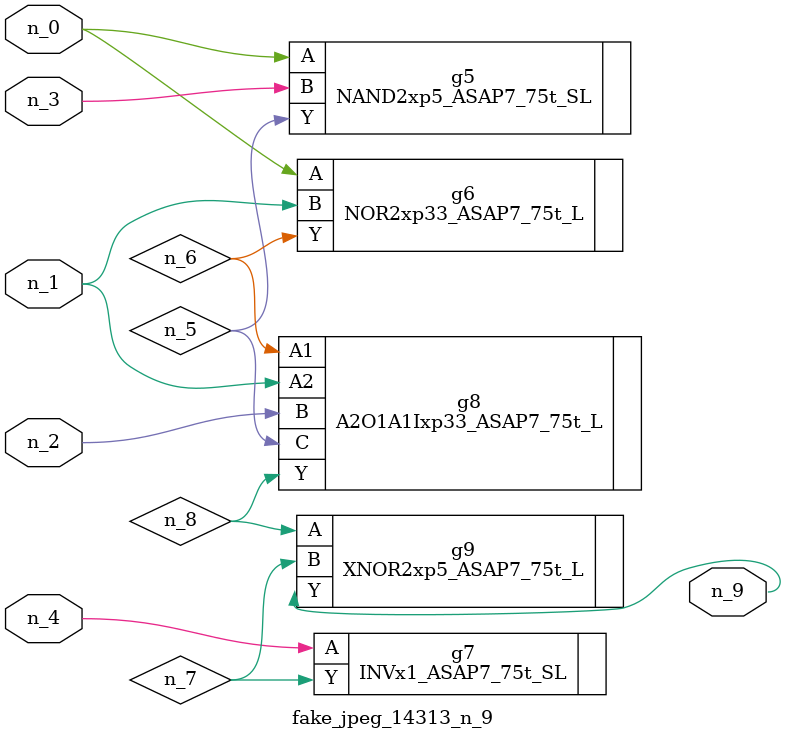
<source format=v>
module fake_jpeg_14313_n_9 (n_3, n_2, n_1, n_0, n_4, n_9);

input n_3;
input n_2;
input n_1;
input n_0;
input n_4;

output n_9;

wire n_8;
wire n_6;
wire n_5;
wire n_7;

NAND2xp5_ASAP7_75t_SL g5 ( 
.A(n_0),
.B(n_3),
.Y(n_5)
);

NOR2xp33_ASAP7_75t_L g6 ( 
.A(n_0),
.B(n_1),
.Y(n_6)
);

INVx1_ASAP7_75t_SL g7 ( 
.A(n_4),
.Y(n_7)
);

A2O1A1Ixp33_ASAP7_75t_L g8 ( 
.A1(n_6),
.A2(n_1),
.B(n_2),
.C(n_5),
.Y(n_8)
);

XNOR2xp5_ASAP7_75t_L g9 ( 
.A(n_8),
.B(n_7),
.Y(n_9)
);


endmodule
</source>
